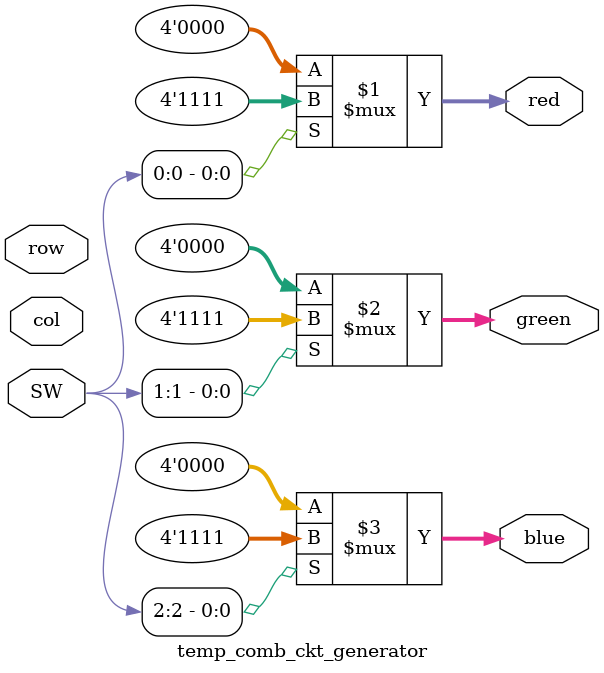
<source format=v>
module temp_comb_ckt_generator (
	input [9:0] col,
	input [8:0] row,
	input [2:0] SW,
	
	output  [3:0] red,
	output  [3:0] green,
	output  [3:0] blue
);

assign red = SW[0] ? 4'hf : 4'h0; 
assign green = SW[1] ? 4'hf : 4'h0;
assign blue = SW[2] ? 4'hf : 4'h0;

//localparam GRID_SIZE = 20;
//
//always @(*) begin
//	if (((col / GRID_SIZE) % 2 == 0 && (row / GRID_SIZE) % 2 == 0) || 
//		((col / GRID_SIZE) % 2 == 1 && (row / GRID_SIZE) % 2 == 1)) begin
//		red <= 4'hF;
//		green <= 4'hF;
//		blue <= 4'hF;
//	end else begin
//		red <= 4'h0;
//		green <= 4'h0;
//		blue <= 4'h0;
//	end
//end

endmodule

</source>
